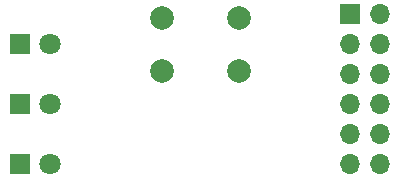
<source format=gbr>
%TF.GenerationSoftware,KiCad,Pcbnew,7.0.10*%
%TF.CreationDate,2024-01-31T19:13:49+09:00*%
%TF.ProjectId,test-smd,74657374-2d73-46d6-942e-6b696361645f,rev?*%
%TF.SameCoordinates,Original*%
%TF.FileFunction,Soldermask,Bot*%
%TF.FilePolarity,Negative*%
%FSLAX46Y46*%
G04 Gerber Fmt 4.6, Leading zero omitted, Abs format (unit mm)*
G04 Created by KiCad (PCBNEW 7.0.10) date 2024-01-31 19:13:49*
%MOMM*%
%LPD*%
G01*
G04 APERTURE LIST*
%ADD10C,2.000000*%
%ADD11R,1.700000X1.700000*%
%ADD12O,1.700000X1.700000*%
%ADD13R,1.800000X1.800000*%
%ADD14C,1.800000*%
G04 APERTURE END LIST*
D10*
%TO.C,SW1*%
X118670000Y-58710000D03*
X125170000Y-58710000D03*
X118670000Y-63210000D03*
X125170000Y-63210000D03*
%TD*%
D11*
%TO.C,J1*%
X134620000Y-58420000D03*
D12*
X137160000Y-58420000D03*
X134620000Y-60960000D03*
X137160000Y-60960000D03*
X134620000Y-63500000D03*
X137160000Y-63500000D03*
X134620000Y-66040000D03*
X137160000Y-66040000D03*
X134620000Y-68580000D03*
X137160000Y-68580000D03*
X134620000Y-71120000D03*
X137160000Y-71120000D03*
%TD*%
D13*
%TO.C,D2*%
X106680000Y-66040000D03*
D14*
X109220000Y-66040000D03*
%TD*%
D13*
%TO.C,D3*%
X106680000Y-71120000D03*
D14*
X109220000Y-71120000D03*
%TD*%
D13*
%TO.C,D1*%
X106680000Y-60960000D03*
D14*
X109220000Y-60960000D03*
%TD*%
M02*

</source>
